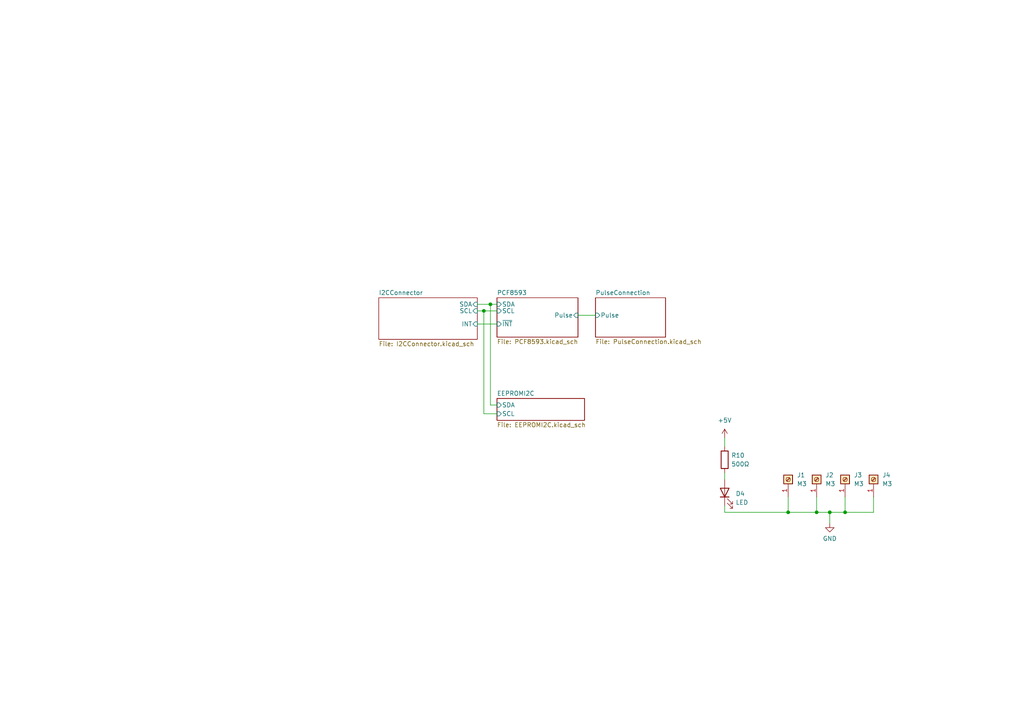
<source format=kicad_sch>
(kicad_sch (version 20230121) (generator eeschema)
  (paper "A4")
  (lib_symbols
    (symbol "Connector:Screw_Terminal_01x01" (pin_names (offset 1.016) hide)
      (property "Reference" "J" (at 0 2.54 0))
      (property "Value" "Screw_Terminal_01x01" (at 0 -2.54 0))
      (symbol "Screw_Terminal_01x01_1_1"
        (rectangle (start -1.27 1.27) (end 1.27 -1.27) (stroke (width 0.254)) (fill (type background)))
        (polyline (pts (xy -0.5334 0.3302) (xy 0.3302 -0.508)) (stroke (width 0.1524)))
        (polyline (pts (xy -0.3556 0.508) (xy 0.508 -0.3302)) (stroke (width 0.1524)))
        (circle (center 0 0) (radius 0.635) (stroke (width 0.1524)))
        (pin passive line (at -5.08 0 0) (length 3.81) (name "Pin_1") (number "1"))
      )
    )
    (symbol "Device:LED" (pin_numbers hide) (pin_names (offset 1.016) hide)
      (property "Reference" "D" (at 0 2.54 0))
      (property "Value" "LED" (at 0 -2.54 0))
      (symbol "LED_0_1"
        (polyline (pts (xy -1.27 -1.27) (xy -1.27 1.27)) (stroke (width 0.254)))
        (polyline (pts (xy -1.27 0) (xy 1.27 0)))
        (polyline (pts (xy 1.27 -1.27) (xy 1.27 1.27) (xy -1.27 0) (xy 1.27 -1.27)) (stroke (width 0.254)))
        (polyline (pts (xy -3.048 -0.762) (xy -4.572 -2.286) (xy -3.81 -2.286) (xy -4.572 -2.286) (xy -4.572 -1.524)))
        (polyline (pts (xy -1.778 -0.762) (xy -3.302 -2.286) (xy -2.54 -2.286) (xy -3.302 -2.286) (xy -3.302 -1.524)))
      )
      (symbol "LED_1_1"
        (pin passive line (at -3.81 0 0) (length 2.54) (name "K") (number "1"))
        (pin passive line (at 3.81 0 180) (length 2.54) (name "A") (number "2"))
      )
    )
    (symbol "Device:R" (pin_numbers hide) (pin_names (offset 0))
      (property "Reference" "R" (at 2.032 0 90))
      (property "Value" "R" (at 0 0 90))
      (symbol "R_0_1"
        (rectangle (start -1.016 -2.54) (end 1.016 2.54) (stroke (width 0.254)))
      )
      (symbol "R_1_1"
        (pin passive line (at 0 3.81 270) (length 1.27) (name "~") (number "1"))
        (pin passive line (at 0 -3.81 90) (length 1.27) (name "~") (number "2"))
      )
    )
    (symbol "power:+5V" (power) (pin_names (offset 0))
      (property "Value" "+5V" (at 0 3.556 0))
      (symbol "+5V_0_1"
        (polyline (pts (xy -0.762 1.27) (xy 0 2.54)))
        (polyline (pts (xy 0 0) (xy 0 2.54)))
        (polyline (pts (xy 0 2.54) (xy 0.762 1.27)))
      )
      (symbol "+5V_1_1"
        (pin power_in line (at 0 0 90) (length 0) hide (name "+5V") (number "1"))
      )
    )
    (symbol "power:GND" (power) (pin_names (offset 0))
      (property "Value" "GND" (at 0 -3.81 0))
      (symbol "GND_0_1"
        (polyline (pts (xy 0 0) (xy 0 -1.27) (xy 1.27 -1.27) (xy 0 -2.54) (xy -1.27 -1.27) (xy 0 -1.27)))
      )
      (symbol "GND_1_1"
        (pin power_in line (at 0 0 270) (length 0) hide (name "GND") (number "1"))
      )
    )
  )
  (junction (at 236.855 148.59))
  (junction (at 240.665 148.59))
  (junction (at 228.6 148.59))
  (junction (at 245.11 148.59))
  (junction (at 140.335 90.17))
  (junction (at 142.24 88.265))
  (wire (pts (xy 236.855 144.145) (xy 236.855 148.59)))
  (wire (pts (xy 228.6 144.145) (xy 228.6 148.59)))
  (wire (pts (xy 142.24 88.265) (xy 144.145 88.265)))
  (wire (pts (xy 240.665 148.59) (xy 240.665 151.765)))
  (wire (pts (xy 245.11 148.59) (xy 253.365 148.59)))
  (wire (pts (xy 253.365 148.59) (xy 253.365 144.145)))
  (wire (pts (xy 245.11 148.59) (xy 245.11 144.145)))
  (wire (pts (xy 140.335 90.17) (xy 144.145 90.17)))
  (wire (pts (xy 236.855 148.59) (xy 240.665 148.59)))
  (wire (pts (xy 138.43 90.17) (xy 140.335 90.17)))
  (wire (pts (xy 140.335 90.17) (xy 140.335 120.015)))
  (wire (pts (xy 138.43 88.265) (xy 142.24 88.265)))
  (wire (pts (xy 228.6 148.59) (xy 210.185 148.59)))
  (wire (pts (xy 167.64 91.44) (xy 172.72 91.44)))
  (wire (pts (xy 228.6 148.59) (xy 236.855 148.59)))
  (wire (pts (xy 210.185 137.16) (xy 210.185 139.065)))
  (wire (pts (xy 210.185 148.59) (xy 210.185 146.685)))
  (wire (pts (xy 210.185 127) (xy 210.185 129.54)))
  (wire (pts (xy 142.24 88.265) (xy 142.24 117.475)))
  (wire (pts (xy 142.24 117.475) (xy 144.145 117.475)))
  (wire (pts (xy 140.335 120.015) (xy 144.145 120.015)))
  (wire (pts (xy 138.43 93.98) (xy 144.145 93.98)))
  (wire (pts (xy 240.665 148.59) (xy 245.11 148.59)))
  (symbol (lib_id "Device:R") (at 210.185 133.35 180) (unit 1)
    (property "Reference" "R10" (at 212.09 132.08 0) (effects (justify right)))
    (property "Value" "500Ω" (at 212.09 134.62 0) (effects (justify right)))
    (property "Footprint" "Resistor_SMD:R_0805_2012Metric" (effects hide))
  )
  (symbol (lib_id "Connector:Screw_Terminal_01x01") (at 245.11 139.065 90) (unit 1)
    (property "Reference" "J3" (at 247.65 137.795 90) (effects (justify right)))
    (property "Value" "M3" (at 247.65 140.335 90) (effects (justify right)))
    (property "Footprint" "MountingHole:MountingHole_3.2mm_M3_DIN965_Pad" (effects hide))
  )
  (symbol (lib_id "Connector:Screw_Terminal_01x01") (at 228.6 139.065 90) (unit 1)
    (property "Reference" "J1" (at 231.14 137.795 90) (effects (justify right)))
    (property "Value" "M3" (at 231.14 140.335 90) (effects (justify right)))
    (property "Footprint" "MountingHole:MountingHole_3.2mm_M3_DIN965_Pad" (effects hide))
  )
  (symbol (lib_id "Device:LED") (at 210.185 142.875 90) (unit 1)
    (property "Reference" "D4" (at 213.36 143.1925 90) (effects (justify right)))
    (property "Value" "LED" (at 213.36 145.7325 90) (effects (justify right)))
    (property "Footprint" "LED_SMD:LED_0805_2012Metric" (effects hide))
  )
  (symbol (lib_id "power:GND") (at 240.665 151.765 0) (unit 1)
    (property "Reference" "#PWR01" (effects hide))
    (property "Value" "GND" (at 240.665 156.21 0))
  )
  (symbol (lib_id "Connector:Screw_Terminal_01x01") (at 253.365 139.065 90) (unit 1)
    (property "Reference" "J4" (at 255.905 137.795 90) (effects (justify right)))
    (property "Value" "M3" (at 255.905 140.335 90) (effects (justify right)))
    (property "Footprint" "MountingHole:MountingHole_3.2mm_M3_DIN965_Pad" (effects hide))
  )
  (symbol (lib_id "Connector:Screw_Terminal_01x01") (at 236.855 139.065 90) (unit 1)
    (property "Reference" "J2" (at 239.395 137.795 90) (effects (justify right)))
    (property "Value" "M3" (at 239.395 140.335 90) (effects (justify right)))
    (property "Footprint" "MountingHole:MountingHole_3.2mm_M3_DIN965_Pad" (effects hide))
  )
  (symbol (lib_id "power:+5V") (at 210.185 127 0) (unit 1)
    (property "Reference" "#PWR019" (effects hide))
    (property "Value" "+5V" (at 210.185 121.92 0))
  )
  (sheet (at 144.145 115.57) (size 25.4 6.35) (stroke (width 0.1524))
    (property "Sheetname" "EEPROMI2C" (at 144.145 114.8584 0) (effects (justify left bottom)))
    (property "Sheetfile" "EEPROMI2C.kicad_sch" (at 144.145 122.5046 0) (effects (justify left top)))
    (pin "SCL" input (at 144.145 120.015 180))
    (pin "SDA" input (at 144.145 117.475 180))
  )
  (sheet (at 144.145 86.36) (size 23.495 11.43) (stroke (width 0.1524))
    (property "Sheetname" "PCF8593" (at 144.145 85.6484 0) (effects (justify left bottom)))
    (property "Sheetfile" "PCF8593.kicad_sch" (at 144.145 98.3746 0) (effects (justify left top)))
    (pin "Pulse" input (at 167.64 91.44 0))
    (pin "~{INT}" input (at 144.145 93.98 180))
    (pin "SCL" input (at 144.145 90.17 180))
    (pin "SDA" input (at 144.145 88.265 180))
  )
  (sheet (at 172.72 86.36) (size 20.32 11.43) (stroke (width 0.1524))
    (property "Sheetname" "PulseConnection" (at 172.72 85.6484 0) (effects (justify left bottom)))
    (property "Sheetfile" "PulseConnection.kicad_sch" (at 172.72 98.3746 0) (effects (justify left top)))
    (pin "Pulse" input (at 172.72 91.44 180))
  )
  (sheet (at 109.855 86.36) (size 28.575 12.065) (stroke (width 0.1524))
    (property "Sheetname" "I2CConnector" (at 109.855 85.6484 0) (effects (justify left bottom)))
    (property "Sheetfile" "I2CConnector.kicad_sch" (at 109.855 99.0096 0) (effects (justify left top)))
    (pin "INT" input (at 138.43 93.98 0))
    (pin "SCL" input (at 138.43 90.17 0))
    (pin "SDA" input (at 138.43 88.265 0))
  )
)
</source>
